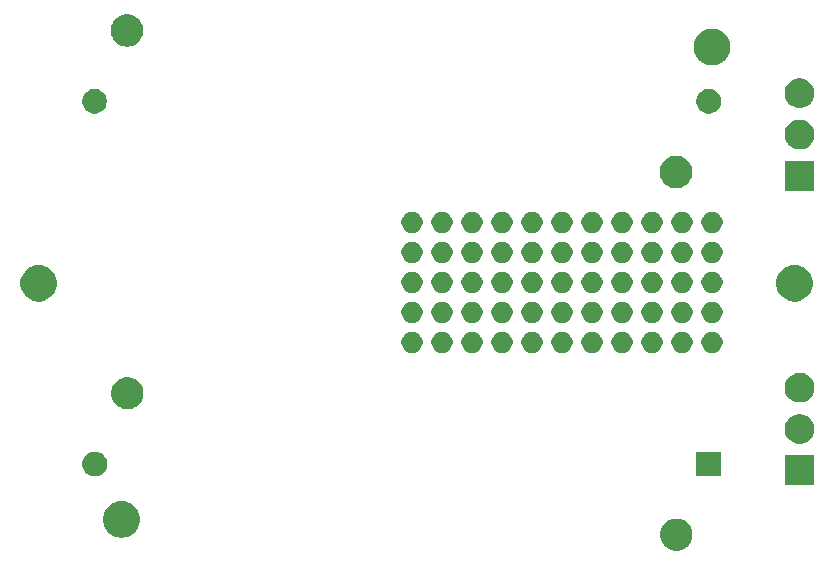
<source format=gbr>
G04 #@! TF.GenerationSoftware,KiCad,Pcbnew,5.1.5+dfsg1-2build2*
G04 #@! TF.CreationDate,2021-12-11T20:18:00-05:00*
G04 #@! TF.ProjectId,RAK11300_LORA_ADAPTABLE_NODE,52414b31-3133-4303-905f-4c4f52415f41,rev?*
G04 #@! TF.SameCoordinates,Original*
G04 #@! TF.FileFunction,Soldermask,Top*
G04 #@! TF.FilePolarity,Negative*
%FSLAX46Y46*%
G04 Gerber Fmt 4.6, Leading zero omitted, Abs format (unit mm)*
G04 Created by KiCad (PCBNEW 5.1.5+dfsg1-2build2) date 2021-12-11 20:18:00*
%MOMM*%
%LPD*%
G04 APERTURE LIST*
%ADD10C,0.100000*%
G04 APERTURE END LIST*
D10*
G36*
X159642724Y-144431497D02*
G01*
X159869906Y-144476686D01*
X160119412Y-144580035D01*
X160343962Y-144730075D01*
X160534925Y-144921038D01*
X160684965Y-145145588D01*
X160788314Y-145395094D01*
X160841000Y-145659968D01*
X160841000Y-145930032D01*
X160788314Y-146194906D01*
X160684965Y-146444412D01*
X160534925Y-146668962D01*
X160343962Y-146859925D01*
X160119412Y-147009965D01*
X159869906Y-147113314D01*
X159642724Y-147158503D01*
X159605033Y-147166000D01*
X159334967Y-147166000D01*
X159297276Y-147158503D01*
X159070094Y-147113314D01*
X158820588Y-147009965D01*
X158596038Y-146859925D01*
X158405075Y-146668962D01*
X158255035Y-146444412D01*
X158151686Y-146194906D01*
X158099000Y-145930032D01*
X158099000Y-145659968D01*
X158151686Y-145395094D01*
X158255035Y-145145588D01*
X158405075Y-144921038D01*
X158596038Y-144730075D01*
X158820588Y-144580035D01*
X159070094Y-144476686D01*
X159297276Y-144431497D01*
X159334967Y-144424000D01*
X159605033Y-144424000D01*
X159642724Y-144431497D01*
G37*
G36*
X112802585Y-142978802D02*
G01*
X112952410Y-143008604D01*
X113234674Y-143125521D01*
X113488705Y-143295259D01*
X113704741Y-143511295D01*
X113874479Y-143765326D01*
X113991396Y-144047590D01*
X114051000Y-144347240D01*
X114051000Y-144652760D01*
X113991396Y-144952410D01*
X113874479Y-145234674D01*
X113704741Y-145488705D01*
X113488705Y-145704741D01*
X113234674Y-145874479D01*
X112952410Y-145991396D01*
X112802585Y-146021198D01*
X112652761Y-146051000D01*
X112347239Y-146051000D01*
X112197415Y-146021198D01*
X112047590Y-145991396D01*
X111765326Y-145874479D01*
X111511295Y-145704741D01*
X111295259Y-145488705D01*
X111125521Y-145234674D01*
X111008604Y-144952410D01*
X110949000Y-144652760D01*
X110949000Y-144347240D01*
X111008604Y-144047590D01*
X111125521Y-143765326D01*
X111295259Y-143511295D01*
X111511295Y-143295259D01*
X111765326Y-143125521D01*
X112047590Y-143008604D01*
X112197415Y-142978802D01*
X112347239Y-142949000D01*
X112652761Y-142949000D01*
X112802585Y-142978802D01*
G37*
G36*
X171161000Y-141586000D02*
G01*
X168659000Y-141586000D01*
X168659000Y-139084000D01*
X171161000Y-139084000D01*
X171161000Y-141586000D01*
G37*
G36*
X163271000Y-140851000D02*
G01*
X161169000Y-140851000D01*
X161169000Y-138749000D01*
X163271000Y-138749000D01*
X163271000Y-140851000D01*
G37*
G36*
X110536564Y-138789389D02*
G01*
X110727833Y-138868615D01*
X110727835Y-138868616D01*
X110899973Y-138983635D01*
X111046365Y-139130027D01*
X111161385Y-139302167D01*
X111240611Y-139493436D01*
X111281000Y-139696484D01*
X111281000Y-139903516D01*
X111240611Y-140106564D01*
X111161385Y-140297833D01*
X111161384Y-140297835D01*
X111046365Y-140469973D01*
X110899973Y-140616365D01*
X110727835Y-140731384D01*
X110727834Y-140731385D01*
X110727833Y-140731385D01*
X110536564Y-140810611D01*
X110333516Y-140851000D01*
X110126484Y-140851000D01*
X109923436Y-140810611D01*
X109732167Y-140731385D01*
X109732166Y-140731385D01*
X109732165Y-140731384D01*
X109560027Y-140616365D01*
X109413635Y-140469973D01*
X109298616Y-140297835D01*
X109298615Y-140297833D01*
X109219389Y-140106564D01*
X109179000Y-139903516D01*
X109179000Y-139696484D01*
X109219389Y-139493436D01*
X109298615Y-139302167D01*
X109413635Y-139130027D01*
X109560027Y-138983635D01*
X109732165Y-138868616D01*
X109732167Y-138868615D01*
X109923436Y-138789389D01*
X110126484Y-138749000D01*
X110333516Y-138749000D01*
X110536564Y-138789389D01*
G37*
G36*
X170274903Y-135632075D02*
G01*
X170502571Y-135726378D01*
X170707466Y-135863285D01*
X170881715Y-136037534D01*
X171018622Y-136242429D01*
X171112925Y-136470097D01*
X171161000Y-136711787D01*
X171161000Y-136958213D01*
X171112925Y-137199903D01*
X171018622Y-137427571D01*
X170881715Y-137632466D01*
X170707466Y-137806715D01*
X170502571Y-137943622D01*
X170502570Y-137943623D01*
X170502569Y-137943623D01*
X170274903Y-138037925D01*
X170033214Y-138086000D01*
X169786786Y-138086000D01*
X169545097Y-138037925D01*
X169317431Y-137943623D01*
X169317430Y-137943623D01*
X169317429Y-137943622D01*
X169112534Y-137806715D01*
X168938285Y-137632466D01*
X168801378Y-137427571D01*
X168707075Y-137199903D01*
X168659000Y-136958213D01*
X168659000Y-136711787D01*
X168707075Y-136470097D01*
X168801378Y-136242429D01*
X168938285Y-136037534D01*
X169112534Y-135863285D01*
X169317429Y-135726378D01*
X169545097Y-135632075D01*
X169786786Y-135584000D01*
X170033214Y-135584000D01*
X170274903Y-135632075D01*
G37*
G36*
X113162724Y-132441497D02*
G01*
X113389906Y-132486686D01*
X113639412Y-132590035D01*
X113863962Y-132740075D01*
X114054925Y-132931038D01*
X114204965Y-133155588D01*
X114308314Y-133405094D01*
X114361000Y-133669968D01*
X114361000Y-133940032D01*
X114308314Y-134204906D01*
X114204965Y-134454412D01*
X114054925Y-134678962D01*
X113863962Y-134869925D01*
X113639412Y-135019965D01*
X113389906Y-135123314D01*
X113162724Y-135168503D01*
X113125033Y-135176000D01*
X112854967Y-135176000D01*
X112817276Y-135168503D01*
X112590094Y-135123314D01*
X112340588Y-135019965D01*
X112116038Y-134869925D01*
X111925075Y-134678962D01*
X111775035Y-134454412D01*
X111671686Y-134204906D01*
X111619000Y-133940032D01*
X111619000Y-133669968D01*
X111671686Y-133405094D01*
X111775035Y-133155588D01*
X111925075Y-132931038D01*
X112116038Y-132740075D01*
X112340588Y-132590035D01*
X112590094Y-132486686D01*
X112817276Y-132441497D01*
X112854967Y-132434000D01*
X113125033Y-132434000D01*
X113162724Y-132441497D01*
G37*
G36*
X170274903Y-132132075D02*
G01*
X170502571Y-132226378D01*
X170707466Y-132363285D01*
X170881715Y-132537534D01*
X170881716Y-132537536D01*
X171018623Y-132742431D01*
X171112925Y-132970097D01*
X171149822Y-133155588D01*
X171161000Y-133211787D01*
X171161000Y-133458213D01*
X171112925Y-133699903D01*
X171018622Y-133927571D01*
X170881715Y-134132466D01*
X170707466Y-134306715D01*
X170502571Y-134443622D01*
X170502570Y-134443623D01*
X170502569Y-134443623D01*
X170274903Y-134537925D01*
X170033214Y-134586000D01*
X169786786Y-134586000D01*
X169545097Y-134537925D01*
X169317431Y-134443623D01*
X169317430Y-134443623D01*
X169317429Y-134443622D01*
X169112534Y-134306715D01*
X168938285Y-134132466D01*
X168801378Y-133927571D01*
X168707075Y-133699903D01*
X168659000Y-133458213D01*
X168659000Y-133211787D01*
X168670179Y-133155588D01*
X168707075Y-132970097D01*
X168801377Y-132742431D01*
X168938284Y-132537536D01*
X168938285Y-132537534D01*
X169112534Y-132363285D01*
X169317429Y-132226378D01*
X169545097Y-132132075D01*
X169786786Y-132084000D01*
X170033214Y-132084000D01*
X170274903Y-132132075D01*
G37*
G36*
X154988512Y-128608927D02*
G01*
X155137812Y-128638624D01*
X155301784Y-128706544D01*
X155449354Y-128805147D01*
X155574853Y-128930646D01*
X155673456Y-129078216D01*
X155741376Y-129242188D01*
X155776000Y-129416259D01*
X155776000Y-129593741D01*
X155741376Y-129767812D01*
X155673456Y-129931784D01*
X155574853Y-130079354D01*
X155449354Y-130204853D01*
X155301784Y-130303456D01*
X155137812Y-130371376D01*
X154988512Y-130401073D01*
X154963742Y-130406000D01*
X154786258Y-130406000D01*
X154761488Y-130401073D01*
X154612188Y-130371376D01*
X154448216Y-130303456D01*
X154300646Y-130204853D01*
X154175147Y-130079354D01*
X154076544Y-129931784D01*
X154008624Y-129767812D01*
X153974000Y-129593741D01*
X153974000Y-129416259D01*
X154008624Y-129242188D01*
X154076544Y-129078216D01*
X154175147Y-128930646D01*
X154300646Y-128805147D01*
X154448216Y-128706544D01*
X154612188Y-128638624D01*
X154761488Y-128608927D01*
X154786258Y-128604000D01*
X154963742Y-128604000D01*
X154988512Y-128608927D01*
G37*
G36*
X162608512Y-128608927D02*
G01*
X162757812Y-128638624D01*
X162921784Y-128706544D01*
X163069354Y-128805147D01*
X163194853Y-128930646D01*
X163293456Y-129078216D01*
X163361376Y-129242188D01*
X163396000Y-129416259D01*
X163396000Y-129593741D01*
X163361376Y-129767812D01*
X163293456Y-129931784D01*
X163194853Y-130079354D01*
X163069354Y-130204853D01*
X162921784Y-130303456D01*
X162757812Y-130371376D01*
X162608512Y-130401073D01*
X162583742Y-130406000D01*
X162406258Y-130406000D01*
X162381488Y-130401073D01*
X162232188Y-130371376D01*
X162068216Y-130303456D01*
X161920646Y-130204853D01*
X161795147Y-130079354D01*
X161696544Y-129931784D01*
X161628624Y-129767812D01*
X161594000Y-129593741D01*
X161594000Y-129416259D01*
X161628624Y-129242188D01*
X161696544Y-129078216D01*
X161795147Y-128930646D01*
X161920646Y-128805147D01*
X162068216Y-128706544D01*
X162232188Y-128638624D01*
X162381488Y-128608927D01*
X162406258Y-128604000D01*
X162583742Y-128604000D01*
X162608512Y-128608927D01*
G37*
G36*
X137208512Y-128608927D02*
G01*
X137357812Y-128638624D01*
X137521784Y-128706544D01*
X137669354Y-128805147D01*
X137794853Y-128930646D01*
X137893456Y-129078216D01*
X137961376Y-129242188D01*
X137996000Y-129416259D01*
X137996000Y-129593741D01*
X137961376Y-129767812D01*
X137893456Y-129931784D01*
X137794853Y-130079354D01*
X137669354Y-130204853D01*
X137521784Y-130303456D01*
X137357812Y-130371376D01*
X137208512Y-130401073D01*
X137183742Y-130406000D01*
X137006258Y-130406000D01*
X136981488Y-130401073D01*
X136832188Y-130371376D01*
X136668216Y-130303456D01*
X136520646Y-130204853D01*
X136395147Y-130079354D01*
X136296544Y-129931784D01*
X136228624Y-129767812D01*
X136194000Y-129593741D01*
X136194000Y-129416259D01*
X136228624Y-129242188D01*
X136296544Y-129078216D01*
X136395147Y-128930646D01*
X136520646Y-128805147D01*
X136668216Y-128706544D01*
X136832188Y-128638624D01*
X136981488Y-128608927D01*
X137006258Y-128604000D01*
X137183742Y-128604000D01*
X137208512Y-128608927D01*
G37*
G36*
X139748512Y-128608927D02*
G01*
X139897812Y-128638624D01*
X140061784Y-128706544D01*
X140209354Y-128805147D01*
X140334853Y-128930646D01*
X140433456Y-129078216D01*
X140501376Y-129242188D01*
X140536000Y-129416259D01*
X140536000Y-129593741D01*
X140501376Y-129767812D01*
X140433456Y-129931784D01*
X140334853Y-130079354D01*
X140209354Y-130204853D01*
X140061784Y-130303456D01*
X139897812Y-130371376D01*
X139748512Y-130401073D01*
X139723742Y-130406000D01*
X139546258Y-130406000D01*
X139521488Y-130401073D01*
X139372188Y-130371376D01*
X139208216Y-130303456D01*
X139060646Y-130204853D01*
X138935147Y-130079354D01*
X138836544Y-129931784D01*
X138768624Y-129767812D01*
X138734000Y-129593741D01*
X138734000Y-129416259D01*
X138768624Y-129242188D01*
X138836544Y-129078216D01*
X138935147Y-128930646D01*
X139060646Y-128805147D01*
X139208216Y-128706544D01*
X139372188Y-128638624D01*
X139521488Y-128608927D01*
X139546258Y-128604000D01*
X139723742Y-128604000D01*
X139748512Y-128608927D01*
G37*
G36*
X144828512Y-128608927D02*
G01*
X144977812Y-128638624D01*
X145141784Y-128706544D01*
X145289354Y-128805147D01*
X145414853Y-128930646D01*
X145513456Y-129078216D01*
X145581376Y-129242188D01*
X145616000Y-129416259D01*
X145616000Y-129593741D01*
X145581376Y-129767812D01*
X145513456Y-129931784D01*
X145414853Y-130079354D01*
X145289354Y-130204853D01*
X145141784Y-130303456D01*
X144977812Y-130371376D01*
X144828512Y-130401073D01*
X144803742Y-130406000D01*
X144626258Y-130406000D01*
X144601488Y-130401073D01*
X144452188Y-130371376D01*
X144288216Y-130303456D01*
X144140646Y-130204853D01*
X144015147Y-130079354D01*
X143916544Y-129931784D01*
X143848624Y-129767812D01*
X143814000Y-129593741D01*
X143814000Y-129416259D01*
X143848624Y-129242188D01*
X143916544Y-129078216D01*
X144015147Y-128930646D01*
X144140646Y-128805147D01*
X144288216Y-128706544D01*
X144452188Y-128638624D01*
X144601488Y-128608927D01*
X144626258Y-128604000D01*
X144803742Y-128604000D01*
X144828512Y-128608927D01*
G37*
G36*
X147368512Y-128608927D02*
G01*
X147517812Y-128638624D01*
X147681784Y-128706544D01*
X147829354Y-128805147D01*
X147954853Y-128930646D01*
X148053456Y-129078216D01*
X148121376Y-129242188D01*
X148156000Y-129416259D01*
X148156000Y-129593741D01*
X148121376Y-129767812D01*
X148053456Y-129931784D01*
X147954853Y-130079354D01*
X147829354Y-130204853D01*
X147681784Y-130303456D01*
X147517812Y-130371376D01*
X147368512Y-130401073D01*
X147343742Y-130406000D01*
X147166258Y-130406000D01*
X147141488Y-130401073D01*
X146992188Y-130371376D01*
X146828216Y-130303456D01*
X146680646Y-130204853D01*
X146555147Y-130079354D01*
X146456544Y-129931784D01*
X146388624Y-129767812D01*
X146354000Y-129593741D01*
X146354000Y-129416259D01*
X146388624Y-129242188D01*
X146456544Y-129078216D01*
X146555147Y-128930646D01*
X146680646Y-128805147D01*
X146828216Y-128706544D01*
X146992188Y-128638624D01*
X147141488Y-128608927D01*
X147166258Y-128604000D01*
X147343742Y-128604000D01*
X147368512Y-128608927D01*
G37*
G36*
X152448512Y-128608927D02*
G01*
X152597812Y-128638624D01*
X152761784Y-128706544D01*
X152909354Y-128805147D01*
X153034853Y-128930646D01*
X153133456Y-129078216D01*
X153201376Y-129242188D01*
X153236000Y-129416259D01*
X153236000Y-129593741D01*
X153201376Y-129767812D01*
X153133456Y-129931784D01*
X153034853Y-130079354D01*
X152909354Y-130204853D01*
X152761784Y-130303456D01*
X152597812Y-130371376D01*
X152448512Y-130401073D01*
X152423742Y-130406000D01*
X152246258Y-130406000D01*
X152221488Y-130401073D01*
X152072188Y-130371376D01*
X151908216Y-130303456D01*
X151760646Y-130204853D01*
X151635147Y-130079354D01*
X151536544Y-129931784D01*
X151468624Y-129767812D01*
X151434000Y-129593741D01*
X151434000Y-129416259D01*
X151468624Y-129242188D01*
X151536544Y-129078216D01*
X151635147Y-128930646D01*
X151760646Y-128805147D01*
X151908216Y-128706544D01*
X152072188Y-128638624D01*
X152221488Y-128608927D01*
X152246258Y-128604000D01*
X152423742Y-128604000D01*
X152448512Y-128608927D01*
G37*
G36*
X160068512Y-128608927D02*
G01*
X160217812Y-128638624D01*
X160381784Y-128706544D01*
X160529354Y-128805147D01*
X160654853Y-128930646D01*
X160753456Y-129078216D01*
X160821376Y-129242188D01*
X160856000Y-129416259D01*
X160856000Y-129593741D01*
X160821376Y-129767812D01*
X160753456Y-129931784D01*
X160654853Y-130079354D01*
X160529354Y-130204853D01*
X160381784Y-130303456D01*
X160217812Y-130371376D01*
X160068512Y-130401073D01*
X160043742Y-130406000D01*
X159866258Y-130406000D01*
X159841488Y-130401073D01*
X159692188Y-130371376D01*
X159528216Y-130303456D01*
X159380646Y-130204853D01*
X159255147Y-130079354D01*
X159156544Y-129931784D01*
X159088624Y-129767812D01*
X159054000Y-129593741D01*
X159054000Y-129416259D01*
X159088624Y-129242188D01*
X159156544Y-129078216D01*
X159255147Y-128930646D01*
X159380646Y-128805147D01*
X159528216Y-128706544D01*
X159692188Y-128638624D01*
X159841488Y-128608927D01*
X159866258Y-128604000D01*
X160043742Y-128604000D01*
X160068512Y-128608927D01*
G37*
G36*
X142288512Y-128608927D02*
G01*
X142437812Y-128638624D01*
X142601784Y-128706544D01*
X142749354Y-128805147D01*
X142874853Y-128930646D01*
X142973456Y-129078216D01*
X143041376Y-129242188D01*
X143076000Y-129416259D01*
X143076000Y-129593741D01*
X143041376Y-129767812D01*
X142973456Y-129931784D01*
X142874853Y-130079354D01*
X142749354Y-130204853D01*
X142601784Y-130303456D01*
X142437812Y-130371376D01*
X142288512Y-130401073D01*
X142263742Y-130406000D01*
X142086258Y-130406000D01*
X142061488Y-130401073D01*
X141912188Y-130371376D01*
X141748216Y-130303456D01*
X141600646Y-130204853D01*
X141475147Y-130079354D01*
X141376544Y-129931784D01*
X141308624Y-129767812D01*
X141274000Y-129593741D01*
X141274000Y-129416259D01*
X141308624Y-129242188D01*
X141376544Y-129078216D01*
X141475147Y-128930646D01*
X141600646Y-128805147D01*
X141748216Y-128706544D01*
X141912188Y-128638624D01*
X142061488Y-128608927D01*
X142086258Y-128604000D01*
X142263742Y-128604000D01*
X142288512Y-128608927D01*
G37*
G36*
X149908512Y-128608927D02*
G01*
X150057812Y-128638624D01*
X150221784Y-128706544D01*
X150369354Y-128805147D01*
X150494853Y-128930646D01*
X150593456Y-129078216D01*
X150661376Y-129242188D01*
X150696000Y-129416259D01*
X150696000Y-129593741D01*
X150661376Y-129767812D01*
X150593456Y-129931784D01*
X150494853Y-130079354D01*
X150369354Y-130204853D01*
X150221784Y-130303456D01*
X150057812Y-130371376D01*
X149908512Y-130401073D01*
X149883742Y-130406000D01*
X149706258Y-130406000D01*
X149681488Y-130401073D01*
X149532188Y-130371376D01*
X149368216Y-130303456D01*
X149220646Y-130204853D01*
X149095147Y-130079354D01*
X148996544Y-129931784D01*
X148928624Y-129767812D01*
X148894000Y-129593741D01*
X148894000Y-129416259D01*
X148928624Y-129242188D01*
X148996544Y-129078216D01*
X149095147Y-128930646D01*
X149220646Y-128805147D01*
X149368216Y-128706544D01*
X149532188Y-128638624D01*
X149681488Y-128608927D01*
X149706258Y-128604000D01*
X149883742Y-128604000D01*
X149908512Y-128608927D01*
G37*
G36*
X157528512Y-128608927D02*
G01*
X157677812Y-128638624D01*
X157841784Y-128706544D01*
X157989354Y-128805147D01*
X158114853Y-128930646D01*
X158213456Y-129078216D01*
X158281376Y-129242188D01*
X158316000Y-129416259D01*
X158316000Y-129593741D01*
X158281376Y-129767812D01*
X158213456Y-129931784D01*
X158114853Y-130079354D01*
X157989354Y-130204853D01*
X157841784Y-130303456D01*
X157677812Y-130371376D01*
X157528512Y-130401073D01*
X157503742Y-130406000D01*
X157326258Y-130406000D01*
X157301488Y-130401073D01*
X157152188Y-130371376D01*
X156988216Y-130303456D01*
X156840646Y-130204853D01*
X156715147Y-130079354D01*
X156616544Y-129931784D01*
X156548624Y-129767812D01*
X156514000Y-129593741D01*
X156514000Y-129416259D01*
X156548624Y-129242188D01*
X156616544Y-129078216D01*
X156715147Y-128930646D01*
X156840646Y-128805147D01*
X156988216Y-128706544D01*
X157152188Y-128638624D01*
X157301488Y-128608927D01*
X157326258Y-128604000D01*
X157503742Y-128604000D01*
X157528512Y-128608927D01*
G37*
G36*
X142288512Y-126068927D02*
G01*
X142437812Y-126098624D01*
X142601784Y-126166544D01*
X142749354Y-126265147D01*
X142874853Y-126390646D01*
X142973456Y-126538216D01*
X143041376Y-126702188D01*
X143076000Y-126876259D01*
X143076000Y-127053741D01*
X143041376Y-127227812D01*
X142973456Y-127391784D01*
X142874853Y-127539354D01*
X142749354Y-127664853D01*
X142601784Y-127763456D01*
X142437812Y-127831376D01*
X142288512Y-127861073D01*
X142263742Y-127866000D01*
X142086258Y-127866000D01*
X142061488Y-127861073D01*
X141912188Y-127831376D01*
X141748216Y-127763456D01*
X141600646Y-127664853D01*
X141475147Y-127539354D01*
X141376544Y-127391784D01*
X141308624Y-127227812D01*
X141274000Y-127053741D01*
X141274000Y-126876259D01*
X141308624Y-126702188D01*
X141376544Y-126538216D01*
X141475147Y-126390646D01*
X141600646Y-126265147D01*
X141748216Y-126166544D01*
X141912188Y-126098624D01*
X142061488Y-126068927D01*
X142086258Y-126064000D01*
X142263742Y-126064000D01*
X142288512Y-126068927D01*
G37*
G36*
X137208512Y-126068927D02*
G01*
X137357812Y-126098624D01*
X137521784Y-126166544D01*
X137669354Y-126265147D01*
X137794853Y-126390646D01*
X137893456Y-126538216D01*
X137961376Y-126702188D01*
X137996000Y-126876259D01*
X137996000Y-127053741D01*
X137961376Y-127227812D01*
X137893456Y-127391784D01*
X137794853Y-127539354D01*
X137669354Y-127664853D01*
X137521784Y-127763456D01*
X137357812Y-127831376D01*
X137208512Y-127861073D01*
X137183742Y-127866000D01*
X137006258Y-127866000D01*
X136981488Y-127861073D01*
X136832188Y-127831376D01*
X136668216Y-127763456D01*
X136520646Y-127664853D01*
X136395147Y-127539354D01*
X136296544Y-127391784D01*
X136228624Y-127227812D01*
X136194000Y-127053741D01*
X136194000Y-126876259D01*
X136228624Y-126702188D01*
X136296544Y-126538216D01*
X136395147Y-126390646D01*
X136520646Y-126265147D01*
X136668216Y-126166544D01*
X136832188Y-126098624D01*
X136981488Y-126068927D01*
X137006258Y-126064000D01*
X137183742Y-126064000D01*
X137208512Y-126068927D01*
G37*
G36*
X139748512Y-126068927D02*
G01*
X139897812Y-126098624D01*
X140061784Y-126166544D01*
X140209354Y-126265147D01*
X140334853Y-126390646D01*
X140433456Y-126538216D01*
X140501376Y-126702188D01*
X140536000Y-126876259D01*
X140536000Y-127053741D01*
X140501376Y-127227812D01*
X140433456Y-127391784D01*
X140334853Y-127539354D01*
X140209354Y-127664853D01*
X140061784Y-127763456D01*
X139897812Y-127831376D01*
X139748512Y-127861073D01*
X139723742Y-127866000D01*
X139546258Y-127866000D01*
X139521488Y-127861073D01*
X139372188Y-127831376D01*
X139208216Y-127763456D01*
X139060646Y-127664853D01*
X138935147Y-127539354D01*
X138836544Y-127391784D01*
X138768624Y-127227812D01*
X138734000Y-127053741D01*
X138734000Y-126876259D01*
X138768624Y-126702188D01*
X138836544Y-126538216D01*
X138935147Y-126390646D01*
X139060646Y-126265147D01*
X139208216Y-126166544D01*
X139372188Y-126098624D01*
X139521488Y-126068927D01*
X139546258Y-126064000D01*
X139723742Y-126064000D01*
X139748512Y-126068927D01*
G37*
G36*
X144828512Y-126068927D02*
G01*
X144977812Y-126098624D01*
X145141784Y-126166544D01*
X145289354Y-126265147D01*
X145414853Y-126390646D01*
X145513456Y-126538216D01*
X145581376Y-126702188D01*
X145616000Y-126876259D01*
X145616000Y-127053741D01*
X145581376Y-127227812D01*
X145513456Y-127391784D01*
X145414853Y-127539354D01*
X145289354Y-127664853D01*
X145141784Y-127763456D01*
X144977812Y-127831376D01*
X144828512Y-127861073D01*
X144803742Y-127866000D01*
X144626258Y-127866000D01*
X144601488Y-127861073D01*
X144452188Y-127831376D01*
X144288216Y-127763456D01*
X144140646Y-127664853D01*
X144015147Y-127539354D01*
X143916544Y-127391784D01*
X143848624Y-127227812D01*
X143814000Y-127053741D01*
X143814000Y-126876259D01*
X143848624Y-126702188D01*
X143916544Y-126538216D01*
X144015147Y-126390646D01*
X144140646Y-126265147D01*
X144288216Y-126166544D01*
X144452188Y-126098624D01*
X144601488Y-126068927D01*
X144626258Y-126064000D01*
X144803742Y-126064000D01*
X144828512Y-126068927D01*
G37*
G36*
X149908512Y-126068927D02*
G01*
X150057812Y-126098624D01*
X150221784Y-126166544D01*
X150369354Y-126265147D01*
X150494853Y-126390646D01*
X150593456Y-126538216D01*
X150661376Y-126702188D01*
X150696000Y-126876259D01*
X150696000Y-127053741D01*
X150661376Y-127227812D01*
X150593456Y-127391784D01*
X150494853Y-127539354D01*
X150369354Y-127664853D01*
X150221784Y-127763456D01*
X150057812Y-127831376D01*
X149908512Y-127861073D01*
X149883742Y-127866000D01*
X149706258Y-127866000D01*
X149681488Y-127861073D01*
X149532188Y-127831376D01*
X149368216Y-127763456D01*
X149220646Y-127664853D01*
X149095147Y-127539354D01*
X148996544Y-127391784D01*
X148928624Y-127227812D01*
X148894000Y-127053741D01*
X148894000Y-126876259D01*
X148928624Y-126702188D01*
X148996544Y-126538216D01*
X149095147Y-126390646D01*
X149220646Y-126265147D01*
X149368216Y-126166544D01*
X149532188Y-126098624D01*
X149681488Y-126068927D01*
X149706258Y-126064000D01*
X149883742Y-126064000D01*
X149908512Y-126068927D01*
G37*
G36*
X147368512Y-126068927D02*
G01*
X147517812Y-126098624D01*
X147681784Y-126166544D01*
X147829354Y-126265147D01*
X147954853Y-126390646D01*
X148053456Y-126538216D01*
X148121376Y-126702188D01*
X148156000Y-126876259D01*
X148156000Y-127053741D01*
X148121376Y-127227812D01*
X148053456Y-127391784D01*
X147954853Y-127539354D01*
X147829354Y-127664853D01*
X147681784Y-127763456D01*
X147517812Y-127831376D01*
X147368512Y-127861073D01*
X147343742Y-127866000D01*
X147166258Y-127866000D01*
X147141488Y-127861073D01*
X146992188Y-127831376D01*
X146828216Y-127763456D01*
X146680646Y-127664853D01*
X146555147Y-127539354D01*
X146456544Y-127391784D01*
X146388624Y-127227812D01*
X146354000Y-127053741D01*
X146354000Y-126876259D01*
X146388624Y-126702188D01*
X146456544Y-126538216D01*
X146555147Y-126390646D01*
X146680646Y-126265147D01*
X146828216Y-126166544D01*
X146992188Y-126098624D01*
X147141488Y-126068927D01*
X147166258Y-126064000D01*
X147343742Y-126064000D01*
X147368512Y-126068927D01*
G37*
G36*
X152448512Y-126068927D02*
G01*
X152597812Y-126098624D01*
X152761784Y-126166544D01*
X152909354Y-126265147D01*
X153034853Y-126390646D01*
X153133456Y-126538216D01*
X153201376Y-126702188D01*
X153236000Y-126876259D01*
X153236000Y-127053741D01*
X153201376Y-127227812D01*
X153133456Y-127391784D01*
X153034853Y-127539354D01*
X152909354Y-127664853D01*
X152761784Y-127763456D01*
X152597812Y-127831376D01*
X152448512Y-127861073D01*
X152423742Y-127866000D01*
X152246258Y-127866000D01*
X152221488Y-127861073D01*
X152072188Y-127831376D01*
X151908216Y-127763456D01*
X151760646Y-127664853D01*
X151635147Y-127539354D01*
X151536544Y-127391784D01*
X151468624Y-127227812D01*
X151434000Y-127053741D01*
X151434000Y-126876259D01*
X151468624Y-126702188D01*
X151536544Y-126538216D01*
X151635147Y-126390646D01*
X151760646Y-126265147D01*
X151908216Y-126166544D01*
X152072188Y-126098624D01*
X152221488Y-126068927D01*
X152246258Y-126064000D01*
X152423742Y-126064000D01*
X152448512Y-126068927D01*
G37*
G36*
X154988512Y-126068927D02*
G01*
X155137812Y-126098624D01*
X155301784Y-126166544D01*
X155449354Y-126265147D01*
X155574853Y-126390646D01*
X155673456Y-126538216D01*
X155741376Y-126702188D01*
X155776000Y-126876259D01*
X155776000Y-127053741D01*
X155741376Y-127227812D01*
X155673456Y-127391784D01*
X155574853Y-127539354D01*
X155449354Y-127664853D01*
X155301784Y-127763456D01*
X155137812Y-127831376D01*
X154988512Y-127861073D01*
X154963742Y-127866000D01*
X154786258Y-127866000D01*
X154761488Y-127861073D01*
X154612188Y-127831376D01*
X154448216Y-127763456D01*
X154300646Y-127664853D01*
X154175147Y-127539354D01*
X154076544Y-127391784D01*
X154008624Y-127227812D01*
X153974000Y-127053741D01*
X153974000Y-126876259D01*
X154008624Y-126702188D01*
X154076544Y-126538216D01*
X154175147Y-126390646D01*
X154300646Y-126265147D01*
X154448216Y-126166544D01*
X154612188Y-126098624D01*
X154761488Y-126068927D01*
X154786258Y-126064000D01*
X154963742Y-126064000D01*
X154988512Y-126068927D01*
G37*
G36*
X157528512Y-126068927D02*
G01*
X157677812Y-126098624D01*
X157841784Y-126166544D01*
X157989354Y-126265147D01*
X158114853Y-126390646D01*
X158213456Y-126538216D01*
X158281376Y-126702188D01*
X158316000Y-126876259D01*
X158316000Y-127053741D01*
X158281376Y-127227812D01*
X158213456Y-127391784D01*
X158114853Y-127539354D01*
X157989354Y-127664853D01*
X157841784Y-127763456D01*
X157677812Y-127831376D01*
X157528512Y-127861073D01*
X157503742Y-127866000D01*
X157326258Y-127866000D01*
X157301488Y-127861073D01*
X157152188Y-127831376D01*
X156988216Y-127763456D01*
X156840646Y-127664853D01*
X156715147Y-127539354D01*
X156616544Y-127391784D01*
X156548624Y-127227812D01*
X156514000Y-127053741D01*
X156514000Y-126876259D01*
X156548624Y-126702188D01*
X156616544Y-126538216D01*
X156715147Y-126390646D01*
X156840646Y-126265147D01*
X156988216Y-126166544D01*
X157152188Y-126098624D01*
X157301488Y-126068927D01*
X157326258Y-126064000D01*
X157503742Y-126064000D01*
X157528512Y-126068927D01*
G37*
G36*
X160068512Y-126068927D02*
G01*
X160217812Y-126098624D01*
X160381784Y-126166544D01*
X160529354Y-126265147D01*
X160654853Y-126390646D01*
X160753456Y-126538216D01*
X160821376Y-126702188D01*
X160856000Y-126876259D01*
X160856000Y-127053741D01*
X160821376Y-127227812D01*
X160753456Y-127391784D01*
X160654853Y-127539354D01*
X160529354Y-127664853D01*
X160381784Y-127763456D01*
X160217812Y-127831376D01*
X160068512Y-127861073D01*
X160043742Y-127866000D01*
X159866258Y-127866000D01*
X159841488Y-127861073D01*
X159692188Y-127831376D01*
X159528216Y-127763456D01*
X159380646Y-127664853D01*
X159255147Y-127539354D01*
X159156544Y-127391784D01*
X159088624Y-127227812D01*
X159054000Y-127053741D01*
X159054000Y-126876259D01*
X159088624Y-126702188D01*
X159156544Y-126538216D01*
X159255147Y-126390646D01*
X159380646Y-126265147D01*
X159528216Y-126166544D01*
X159692188Y-126098624D01*
X159841488Y-126068927D01*
X159866258Y-126064000D01*
X160043742Y-126064000D01*
X160068512Y-126068927D01*
G37*
G36*
X162608512Y-126068927D02*
G01*
X162757812Y-126098624D01*
X162921784Y-126166544D01*
X163069354Y-126265147D01*
X163194853Y-126390646D01*
X163293456Y-126538216D01*
X163361376Y-126702188D01*
X163396000Y-126876259D01*
X163396000Y-127053741D01*
X163361376Y-127227812D01*
X163293456Y-127391784D01*
X163194853Y-127539354D01*
X163069354Y-127664853D01*
X162921784Y-127763456D01*
X162757812Y-127831376D01*
X162608512Y-127861073D01*
X162583742Y-127866000D01*
X162406258Y-127866000D01*
X162381488Y-127861073D01*
X162232188Y-127831376D01*
X162068216Y-127763456D01*
X161920646Y-127664853D01*
X161795147Y-127539354D01*
X161696544Y-127391784D01*
X161628624Y-127227812D01*
X161594000Y-127053741D01*
X161594000Y-126876259D01*
X161628624Y-126702188D01*
X161696544Y-126538216D01*
X161795147Y-126390646D01*
X161920646Y-126265147D01*
X162068216Y-126166544D01*
X162232188Y-126098624D01*
X162381488Y-126068927D01*
X162406258Y-126064000D01*
X162583742Y-126064000D01*
X162608512Y-126068927D01*
G37*
G36*
X169802585Y-122978802D02*
G01*
X169952410Y-123008604D01*
X170234674Y-123125521D01*
X170488705Y-123295259D01*
X170704741Y-123511295D01*
X170874479Y-123765326D01*
X170991396Y-124047590D01*
X171051000Y-124347240D01*
X171051000Y-124652760D01*
X170991396Y-124952410D01*
X170874479Y-125234674D01*
X170704741Y-125488705D01*
X170488705Y-125704741D01*
X170234674Y-125874479D01*
X169952410Y-125991396D01*
X169802585Y-126021198D01*
X169652761Y-126051000D01*
X169347239Y-126051000D01*
X169197415Y-126021198D01*
X169047590Y-125991396D01*
X168765326Y-125874479D01*
X168511295Y-125704741D01*
X168295259Y-125488705D01*
X168125521Y-125234674D01*
X168008604Y-124952410D01*
X167949000Y-124652760D01*
X167949000Y-124347240D01*
X168008604Y-124047590D01*
X168125521Y-123765326D01*
X168295259Y-123511295D01*
X168511295Y-123295259D01*
X168765326Y-123125521D01*
X169047590Y-123008604D01*
X169197415Y-122978802D01*
X169347239Y-122949000D01*
X169652761Y-122949000D01*
X169802585Y-122978802D01*
G37*
G36*
X105802585Y-122978802D02*
G01*
X105952410Y-123008604D01*
X106234674Y-123125521D01*
X106488705Y-123295259D01*
X106704741Y-123511295D01*
X106874479Y-123765326D01*
X106991396Y-124047590D01*
X107051000Y-124347240D01*
X107051000Y-124652760D01*
X106991396Y-124952410D01*
X106874479Y-125234674D01*
X106704741Y-125488705D01*
X106488705Y-125704741D01*
X106234674Y-125874479D01*
X105952410Y-125991396D01*
X105802585Y-126021198D01*
X105652761Y-126051000D01*
X105347239Y-126051000D01*
X105197415Y-126021198D01*
X105047590Y-125991396D01*
X104765326Y-125874479D01*
X104511295Y-125704741D01*
X104295259Y-125488705D01*
X104125521Y-125234674D01*
X104008604Y-124952410D01*
X103949000Y-124652760D01*
X103949000Y-124347240D01*
X104008604Y-124047590D01*
X104125521Y-123765326D01*
X104295259Y-123511295D01*
X104511295Y-123295259D01*
X104765326Y-123125521D01*
X105047590Y-123008604D01*
X105197415Y-122978802D01*
X105347239Y-122949000D01*
X105652761Y-122949000D01*
X105802585Y-122978802D01*
G37*
G36*
X157528512Y-123528927D02*
G01*
X157677812Y-123558624D01*
X157841784Y-123626544D01*
X157989354Y-123725147D01*
X158114853Y-123850646D01*
X158213456Y-123998216D01*
X158281376Y-124162188D01*
X158316000Y-124336259D01*
X158316000Y-124513741D01*
X158281376Y-124687812D01*
X158213456Y-124851784D01*
X158114853Y-124999354D01*
X157989354Y-125124853D01*
X157841784Y-125223456D01*
X157677812Y-125291376D01*
X157528512Y-125321073D01*
X157503742Y-125326000D01*
X157326258Y-125326000D01*
X157301488Y-125321073D01*
X157152188Y-125291376D01*
X156988216Y-125223456D01*
X156840646Y-125124853D01*
X156715147Y-124999354D01*
X156616544Y-124851784D01*
X156548624Y-124687812D01*
X156514000Y-124513741D01*
X156514000Y-124336259D01*
X156548624Y-124162188D01*
X156616544Y-123998216D01*
X156715147Y-123850646D01*
X156840646Y-123725147D01*
X156988216Y-123626544D01*
X157152188Y-123558624D01*
X157301488Y-123528927D01*
X157326258Y-123524000D01*
X157503742Y-123524000D01*
X157528512Y-123528927D01*
G37*
G36*
X162608512Y-123528927D02*
G01*
X162757812Y-123558624D01*
X162921784Y-123626544D01*
X163069354Y-123725147D01*
X163194853Y-123850646D01*
X163293456Y-123998216D01*
X163361376Y-124162188D01*
X163396000Y-124336259D01*
X163396000Y-124513741D01*
X163361376Y-124687812D01*
X163293456Y-124851784D01*
X163194853Y-124999354D01*
X163069354Y-125124853D01*
X162921784Y-125223456D01*
X162757812Y-125291376D01*
X162608512Y-125321073D01*
X162583742Y-125326000D01*
X162406258Y-125326000D01*
X162381488Y-125321073D01*
X162232188Y-125291376D01*
X162068216Y-125223456D01*
X161920646Y-125124853D01*
X161795147Y-124999354D01*
X161696544Y-124851784D01*
X161628624Y-124687812D01*
X161594000Y-124513741D01*
X161594000Y-124336259D01*
X161628624Y-124162188D01*
X161696544Y-123998216D01*
X161795147Y-123850646D01*
X161920646Y-123725147D01*
X162068216Y-123626544D01*
X162232188Y-123558624D01*
X162381488Y-123528927D01*
X162406258Y-123524000D01*
X162583742Y-123524000D01*
X162608512Y-123528927D01*
G37*
G36*
X149908512Y-123528927D02*
G01*
X150057812Y-123558624D01*
X150221784Y-123626544D01*
X150369354Y-123725147D01*
X150494853Y-123850646D01*
X150593456Y-123998216D01*
X150661376Y-124162188D01*
X150696000Y-124336259D01*
X150696000Y-124513741D01*
X150661376Y-124687812D01*
X150593456Y-124851784D01*
X150494853Y-124999354D01*
X150369354Y-125124853D01*
X150221784Y-125223456D01*
X150057812Y-125291376D01*
X149908512Y-125321073D01*
X149883742Y-125326000D01*
X149706258Y-125326000D01*
X149681488Y-125321073D01*
X149532188Y-125291376D01*
X149368216Y-125223456D01*
X149220646Y-125124853D01*
X149095147Y-124999354D01*
X148996544Y-124851784D01*
X148928624Y-124687812D01*
X148894000Y-124513741D01*
X148894000Y-124336259D01*
X148928624Y-124162188D01*
X148996544Y-123998216D01*
X149095147Y-123850646D01*
X149220646Y-123725147D01*
X149368216Y-123626544D01*
X149532188Y-123558624D01*
X149681488Y-123528927D01*
X149706258Y-123524000D01*
X149883742Y-123524000D01*
X149908512Y-123528927D01*
G37*
G36*
X139748512Y-123528927D02*
G01*
X139897812Y-123558624D01*
X140061784Y-123626544D01*
X140209354Y-123725147D01*
X140334853Y-123850646D01*
X140433456Y-123998216D01*
X140501376Y-124162188D01*
X140536000Y-124336259D01*
X140536000Y-124513741D01*
X140501376Y-124687812D01*
X140433456Y-124851784D01*
X140334853Y-124999354D01*
X140209354Y-125124853D01*
X140061784Y-125223456D01*
X139897812Y-125291376D01*
X139748512Y-125321073D01*
X139723742Y-125326000D01*
X139546258Y-125326000D01*
X139521488Y-125321073D01*
X139372188Y-125291376D01*
X139208216Y-125223456D01*
X139060646Y-125124853D01*
X138935147Y-124999354D01*
X138836544Y-124851784D01*
X138768624Y-124687812D01*
X138734000Y-124513741D01*
X138734000Y-124336259D01*
X138768624Y-124162188D01*
X138836544Y-123998216D01*
X138935147Y-123850646D01*
X139060646Y-123725147D01*
X139208216Y-123626544D01*
X139372188Y-123558624D01*
X139521488Y-123528927D01*
X139546258Y-123524000D01*
X139723742Y-123524000D01*
X139748512Y-123528927D01*
G37*
G36*
X147368512Y-123528927D02*
G01*
X147517812Y-123558624D01*
X147681784Y-123626544D01*
X147829354Y-123725147D01*
X147954853Y-123850646D01*
X148053456Y-123998216D01*
X148121376Y-124162188D01*
X148156000Y-124336259D01*
X148156000Y-124513741D01*
X148121376Y-124687812D01*
X148053456Y-124851784D01*
X147954853Y-124999354D01*
X147829354Y-125124853D01*
X147681784Y-125223456D01*
X147517812Y-125291376D01*
X147368512Y-125321073D01*
X147343742Y-125326000D01*
X147166258Y-125326000D01*
X147141488Y-125321073D01*
X146992188Y-125291376D01*
X146828216Y-125223456D01*
X146680646Y-125124853D01*
X146555147Y-124999354D01*
X146456544Y-124851784D01*
X146388624Y-124687812D01*
X146354000Y-124513741D01*
X146354000Y-124336259D01*
X146388624Y-124162188D01*
X146456544Y-123998216D01*
X146555147Y-123850646D01*
X146680646Y-123725147D01*
X146828216Y-123626544D01*
X146992188Y-123558624D01*
X147141488Y-123528927D01*
X147166258Y-123524000D01*
X147343742Y-123524000D01*
X147368512Y-123528927D01*
G37*
G36*
X144828512Y-123528927D02*
G01*
X144977812Y-123558624D01*
X145141784Y-123626544D01*
X145289354Y-123725147D01*
X145414853Y-123850646D01*
X145513456Y-123998216D01*
X145581376Y-124162188D01*
X145616000Y-124336259D01*
X145616000Y-124513741D01*
X145581376Y-124687812D01*
X145513456Y-124851784D01*
X145414853Y-124999354D01*
X145289354Y-125124853D01*
X145141784Y-125223456D01*
X144977812Y-125291376D01*
X144828512Y-125321073D01*
X144803742Y-125326000D01*
X144626258Y-125326000D01*
X144601488Y-125321073D01*
X144452188Y-125291376D01*
X144288216Y-125223456D01*
X144140646Y-125124853D01*
X144015147Y-124999354D01*
X143916544Y-124851784D01*
X143848624Y-124687812D01*
X143814000Y-124513741D01*
X143814000Y-124336259D01*
X143848624Y-124162188D01*
X143916544Y-123998216D01*
X144015147Y-123850646D01*
X144140646Y-123725147D01*
X144288216Y-123626544D01*
X144452188Y-123558624D01*
X144601488Y-123528927D01*
X144626258Y-123524000D01*
X144803742Y-123524000D01*
X144828512Y-123528927D01*
G37*
G36*
X154988512Y-123528927D02*
G01*
X155137812Y-123558624D01*
X155301784Y-123626544D01*
X155449354Y-123725147D01*
X155574853Y-123850646D01*
X155673456Y-123998216D01*
X155741376Y-124162188D01*
X155776000Y-124336259D01*
X155776000Y-124513741D01*
X155741376Y-124687812D01*
X155673456Y-124851784D01*
X155574853Y-124999354D01*
X155449354Y-125124853D01*
X155301784Y-125223456D01*
X155137812Y-125291376D01*
X154988512Y-125321073D01*
X154963742Y-125326000D01*
X154786258Y-125326000D01*
X154761488Y-125321073D01*
X154612188Y-125291376D01*
X154448216Y-125223456D01*
X154300646Y-125124853D01*
X154175147Y-124999354D01*
X154076544Y-124851784D01*
X154008624Y-124687812D01*
X153974000Y-124513741D01*
X153974000Y-124336259D01*
X154008624Y-124162188D01*
X154076544Y-123998216D01*
X154175147Y-123850646D01*
X154300646Y-123725147D01*
X154448216Y-123626544D01*
X154612188Y-123558624D01*
X154761488Y-123528927D01*
X154786258Y-123524000D01*
X154963742Y-123524000D01*
X154988512Y-123528927D01*
G37*
G36*
X160068512Y-123528927D02*
G01*
X160217812Y-123558624D01*
X160381784Y-123626544D01*
X160529354Y-123725147D01*
X160654853Y-123850646D01*
X160753456Y-123998216D01*
X160821376Y-124162188D01*
X160856000Y-124336259D01*
X160856000Y-124513741D01*
X160821376Y-124687812D01*
X160753456Y-124851784D01*
X160654853Y-124999354D01*
X160529354Y-125124853D01*
X160381784Y-125223456D01*
X160217812Y-125291376D01*
X160068512Y-125321073D01*
X160043742Y-125326000D01*
X159866258Y-125326000D01*
X159841488Y-125321073D01*
X159692188Y-125291376D01*
X159528216Y-125223456D01*
X159380646Y-125124853D01*
X159255147Y-124999354D01*
X159156544Y-124851784D01*
X159088624Y-124687812D01*
X159054000Y-124513741D01*
X159054000Y-124336259D01*
X159088624Y-124162188D01*
X159156544Y-123998216D01*
X159255147Y-123850646D01*
X159380646Y-123725147D01*
X159528216Y-123626544D01*
X159692188Y-123558624D01*
X159841488Y-123528927D01*
X159866258Y-123524000D01*
X160043742Y-123524000D01*
X160068512Y-123528927D01*
G37*
G36*
X152448512Y-123528927D02*
G01*
X152597812Y-123558624D01*
X152761784Y-123626544D01*
X152909354Y-123725147D01*
X153034853Y-123850646D01*
X153133456Y-123998216D01*
X153201376Y-124162188D01*
X153236000Y-124336259D01*
X153236000Y-124513741D01*
X153201376Y-124687812D01*
X153133456Y-124851784D01*
X153034853Y-124999354D01*
X152909354Y-125124853D01*
X152761784Y-125223456D01*
X152597812Y-125291376D01*
X152448512Y-125321073D01*
X152423742Y-125326000D01*
X152246258Y-125326000D01*
X152221488Y-125321073D01*
X152072188Y-125291376D01*
X151908216Y-125223456D01*
X151760646Y-125124853D01*
X151635147Y-124999354D01*
X151536544Y-124851784D01*
X151468624Y-124687812D01*
X151434000Y-124513741D01*
X151434000Y-124336259D01*
X151468624Y-124162188D01*
X151536544Y-123998216D01*
X151635147Y-123850646D01*
X151760646Y-123725147D01*
X151908216Y-123626544D01*
X152072188Y-123558624D01*
X152221488Y-123528927D01*
X152246258Y-123524000D01*
X152423742Y-123524000D01*
X152448512Y-123528927D01*
G37*
G36*
X142288512Y-123528927D02*
G01*
X142437812Y-123558624D01*
X142601784Y-123626544D01*
X142749354Y-123725147D01*
X142874853Y-123850646D01*
X142973456Y-123998216D01*
X143041376Y-124162188D01*
X143076000Y-124336259D01*
X143076000Y-124513741D01*
X143041376Y-124687812D01*
X142973456Y-124851784D01*
X142874853Y-124999354D01*
X142749354Y-125124853D01*
X142601784Y-125223456D01*
X142437812Y-125291376D01*
X142288512Y-125321073D01*
X142263742Y-125326000D01*
X142086258Y-125326000D01*
X142061488Y-125321073D01*
X141912188Y-125291376D01*
X141748216Y-125223456D01*
X141600646Y-125124853D01*
X141475147Y-124999354D01*
X141376544Y-124851784D01*
X141308624Y-124687812D01*
X141274000Y-124513741D01*
X141274000Y-124336259D01*
X141308624Y-124162188D01*
X141376544Y-123998216D01*
X141475147Y-123850646D01*
X141600646Y-123725147D01*
X141748216Y-123626544D01*
X141912188Y-123558624D01*
X142061488Y-123528927D01*
X142086258Y-123524000D01*
X142263742Y-123524000D01*
X142288512Y-123528927D01*
G37*
G36*
X137208512Y-123528927D02*
G01*
X137357812Y-123558624D01*
X137521784Y-123626544D01*
X137669354Y-123725147D01*
X137794853Y-123850646D01*
X137893456Y-123998216D01*
X137961376Y-124162188D01*
X137996000Y-124336259D01*
X137996000Y-124513741D01*
X137961376Y-124687812D01*
X137893456Y-124851784D01*
X137794853Y-124999354D01*
X137669354Y-125124853D01*
X137521784Y-125223456D01*
X137357812Y-125291376D01*
X137208512Y-125321073D01*
X137183742Y-125326000D01*
X137006258Y-125326000D01*
X136981488Y-125321073D01*
X136832188Y-125291376D01*
X136668216Y-125223456D01*
X136520646Y-125124853D01*
X136395147Y-124999354D01*
X136296544Y-124851784D01*
X136228624Y-124687812D01*
X136194000Y-124513741D01*
X136194000Y-124336259D01*
X136228624Y-124162188D01*
X136296544Y-123998216D01*
X136395147Y-123850646D01*
X136520646Y-123725147D01*
X136668216Y-123626544D01*
X136832188Y-123558624D01*
X136981488Y-123528927D01*
X137006258Y-123524000D01*
X137183742Y-123524000D01*
X137208512Y-123528927D01*
G37*
G36*
X162608512Y-120988927D02*
G01*
X162757812Y-121018624D01*
X162921784Y-121086544D01*
X163069354Y-121185147D01*
X163194853Y-121310646D01*
X163293456Y-121458216D01*
X163361376Y-121622188D01*
X163396000Y-121796259D01*
X163396000Y-121973741D01*
X163361376Y-122147812D01*
X163293456Y-122311784D01*
X163194853Y-122459354D01*
X163069354Y-122584853D01*
X162921784Y-122683456D01*
X162757812Y-122751376D01*
X162608512Y-122781073D01*
X162583742Y-122786000D01*
X162406258Y-122786000D01*
X162381488Y-122781073D01*
X162232188Y-122751376D01*
X162068216Y-122683456D01*
X161920646Y-122584853D01*
X161795147Y-122459354D01*
X161696544Y-122311784D01*
X161628624Y-122147812D01*
X161594000Y-121973741D01*
X161594000Y-121796259D01*
X161628624Y-121622188D01*
X161696544Y-121458216D01*
X161795147Y-121310646D01*
X161920646Y-121185147D01*
X162068216Y-121086544D01*
X162232188Y-121018624D01*
X162381488Y-120988927D01*
X162406258Y-120984000D01*
X162583742Y-120984000D01*
X162608512Y-120988927D01*
G37*
G36*
X142288512Y-120988927D02*
G01*
X142437812Y-121018624D01*
X142601784Y-121086544D01*
X142749354Y-121185147D01*
X142874853Y-121310646D01*
X142973456Y-121458216D01*
X143041376Y-121622188D01*
X143076000Y-121796259D01*
X143076000Y-121973741D01*
X143041376Y-122147812D01*
X142973456Y-122311784D01*
X142874853Y-122459354D01*
X142749354Y-122584853D01*
X142601784Y-122683456D01*
X142437812Y-122751376D01*
X142288512Y-122781073D01*
X142263742Y-122786000D01*
X142086258Y-122786000D01*
X142061488Y-122781073D01*
X141912188Y-122751376D01*
X141748216Y-122683456D01*
X141600646Y-122584853D01*
X141475147Y-122459354D01*
X141376544Y-122311784D01*
X141308624Y-122147812D01*
X141274000Y-121973741D01*
X141274000Y-121796259D01*
X141308624Y-121622188D01*
X141376544Y-121458216D01*
X141475147Y-121310646D01*
X141600646Y-121185147D01*
X141748216Y-121086544D01*
X141912188Y-121018624D01*
X142061488Y-120988927D01*
X142086258Y-120984000D01*
X142263742Y-120984000D01*
X142288512Y-120988927D01*
G37*
G36*
X144828512Y-120988927D02*
G01*
X144977812Y-121018624D01*
X145141784Y-121086544D01*
X145289354Y-121185147D01*
X145414853Y-121310646D01*
X145513456Y-121458216D01*
X145581376Y-121622188D01*
X145616000Y-121796259D01*
X145616000Y-121973741D01*
X145581376Y-122147812D01*
X145513456Y-122311784D01*
X145414853Y-122459354D01*
X145289354Y-122584853D01*
X145141784Y-122683456D01*
X144977812Y-122751376D01*
X144828512Y-122781073D01*
X144803742Y-122786000D01*
X144626258Y-122786000D01*
X144601488Y-122781073D01*
X144452188Y-122751376D01*
X144288216Y-122683456D01*
X144140646Y-122584853D01*
X144015147Y-122459354D01*
X143916544Y-122311784D01*
X143848624Y-122147812D01*
X143814000Y-121973741D01*
X143814000Y-121796259D01*
X143848624Y-121622188D01*
X143916544Y-121458216D01*
X144015147Y-121310646D01*
X144140646Y-121185147D01*
X144288216Y-121086544D01*
X144452188Y-121018624D01*
X144601488Y-120988927D01*
X144626258Y-120984000D01*
X144803742Y-120984000D01*
X144828512Y-120988927D01*
G37*
G36*
X137208512Y-120988927D02*
G01*
X137357812Y-121018624D01*
X137521784Y-121086544D01*
X137669354Y-121185147D01*
X137794853Y-121310646D01*
X137893456Y-121458216D01*
X137961376Y-121622188D01*
X137996000Y-121796259D01*
X137996000Y-121973741D01*
X137961376Y-122147812D01*
X137893456Y-122311784D01*
X137794853Y-122459354D01*
X137669354Y-122584853D01*
X137521784Y-122683456D01*
X137357812Y-122751376D01*
X137208512Y-122781073D01*
X137183742Y-122786000D01*
X137006258Y-122786000D01*
X136981488Y-122781073D01*
X136832188Y-122751376D01*
X136668216Y-122683456D01*
X136520646Y-122584853D01*
X136395147Y-122459354D01*
X136296544Y-122311784D01*
X136228624Y-122147812D01*
X136194000Y-121973741D01*
X136194000Y-121796259D01*
X136228624Y-121622188D01*
X136296544Y-121458216D01*
X136395147Y-121310646D01*
X136520646Y-121185147D01*
X136668216Y-121086544D01*
X136832188Y-121018624D01*
X136981488Y-120988927D01*
X137006258Y-120984000D01*
X137183742Y-120984000D01*
X137208512Y-120988927D01*
G37*
G36*
X149908512Y-120988927D02*
G01*
X150057812Y-121018624D01*
X150221784Y-121086544D01*
X150369354Y-121185147D01*
X150494853Y-121310646D01*
X150593456Y-121458216D01*
X150661376Y-121622188D01*
X150696000Y-121796259D01*
X150696000Y-121973741D01*
X150661376Y-122147812D01*
X150593456Y-122311784D01*
X150494853Y-122459354D01*
X150369354Y-122584853D01*
X150221784Y-122683456D01*
X150057812Y-122751376D01*
X149908512Y-122781073D01*
X149883742Y-122786000D01*
X149706258Y-122786000D01*
X149681488Y-122781073D01*
X149532188Y-122751376D01*
X149368216Y-122683456D01*
X149220646Y-122584853D01*
X149095147Y-122459354D01*
X148996544Y-122311784D01*
X148928624Y-122147812D01*
X148894000Y-121973741D01*
X148894000Y-121796259D01*
X148928624Y-121622188D01*
X148996544Y-121458216D01*
X149095147Y-121310646D01*
X149220646Y-121185147D01*
X149368216Y-121086544D01*
X149532188Y-121018624D01*
X149681488Y-120988927D01*
X149706258Y-120984000D01*
X149883742Y-120984000D01*
X149908512Y-120988927D01*
G37*
G36*
X154988512Y-120988927D02*
G01*
X155137812Y-121018624D01*
X155301784Y-121086544D01*
X155449354Y-121185147D01*
X155574853Y-121310646D01*
X155673456Y-121458216D01*
X155741376Y-121622188D01*
X155776000Y-121796259D01*
X155776000Y-121973741D01*
X155741376Y-122147812D01*
X155673456Y-122311784D01*
X155574853Y-122459354D01*
X155449354Y-122584853D01*
X155301784Y-122683456D01*
X155137812Y-122751376D01*
X154988512Y-122781073D01*
X154963742Y-122786000D01*
X154786258Y-122786000D01*
X154761488Y-122781073D01*
X154612188Y-122751376D01*
X154448216Y-122683456D01*
X154300646Y-122584853D01*
X154175147Y-122459354D01*
X154076544Y-122311784D01*
X154008624Y-122147812D01*
X153974000Y-121973741D01*
X153974000Y-121796259D01*
X154008624Y-121622188D01*
X154076544Y-121458216D01*
X154175147Y-121310646D01*
X154300646Y-121185147D01*
X154448216Y-121086544D01*
X154612188Y-121018624D01*
X154761488Y-120988927D01*
X154786258Y-120984000D01*
X154963742Y-120984000D01*
X154988512Y-120988927D01*
G37*
G36*
X139748512Y-120988927D02*
G01*
X139897812Y-121018624D01*
X140061784Y-121086544D01*
X140209354Y-121185147D01*
X140334853Y-121310646D01*
X140433456Y-121458216D01*
X140501376Y-121622188D01*
X140536000Y-121796259D01*
X140536000Y-121973741D01*
X140501376Y-122147812D01*
X140433456Y-122311784D01*
X140334853Y-122459354D01*
X140209354Y-122584853D01*
X140061784Y-122683456D01*
X139897812Y-122751376D01*
X139748512Y-122781073D01*
X139723742Y-122786000D01*
X139546258Y-122786000D01*
X139521488Y-122781073D01*
X139372188Y-122751376D01*
X139208216Y-122683456D01*
X139060646Y-122584853D01*
X138935147Y-122459354D01*
X138836544Y-122311784D01*
X138768624Y-122147812D01*
X138734000Y-121973741D01*
X138734000Y-121796259D01*
X138768624Y-121622188D01*
X138836544Y-121458216D01*
X138935147Y-121310646D01*
X139060646Y-121185147D01*
X139208216Y-121086544D01*
X139372188Y-121018624D01*
X139521488Y-120988927D01*
X139546258Y-120984000D01*
X139723742Y-120984000D01*
X139748512Y-120988927D01*
G37*
G36*
X152448512Y-120988927D02*
G01*
X152597812Y-121018624D01*
X152761784Y-121086544D01*
X152909354Y-121185147D01*
X153034853Y-121310646D01*
X153133456Y-121458216D01*
X153201376Y-121622188D01*
X153236000Y-121796259D01*
X153236000Y-121973741D01*
X153201376Y-122147812D01*
X153133456Y-122311784D01*
X153034853Y-122459354D01*
X152909354Y-122584853D01*
X152761784Y-122683456D01*
X152597812Y-122751376D01*
X152448512Y-122781073D01*
X152423742Y-122786000D01*
X152246258Y-122786000D01*
X152221488Y-122781073D01*
X152072188Y-122751376D01*
X151908216Y-122683456D01*
X151760646Y-122584853D01*
X151635147Y-122459354D01*
X151536544Y-122311784D01*
X151468624Y-122147812D01*
X151434000Y-121973741D01*
X151434000Y-121796259D01*
X151468624Y-121622188D01*
X151536544Y-121458216D01*
X151635147Y-121310646D01*
X151760646Y-121185147D01*
X151908216Y-121086544D01*
X152072188Y-121018624D01*
X152221488Y-120988927D01*
X152246258Y-120984000D01*
X152423742Y-120984000D01*
X152448512Y-120988927D01*
G37*
G36*
X157528512Y-120988927D02*
G01*
X157677812Y-121018624D01*
X157841784Y-121086544D01*
X157989354Y-121185147D01*
X158114853Y-121310646D01*
X158213456Y-121458216D01*
X158281376Y-121622188D01*
X158316000Y-121796259D01*
X158316000Y-121973741D01*
X158281376Y-122147812D01*
X158213456Y-122311784D01*
X158114853Y-122459354D01*
X157989354Y-122584853D01*
X157841784Y-122683456D01*
X157677812Y-122751376D01*
X157528512Y-122781073D01*
X157503742Y-122786000D01*
X157326258Y-122786000D01*
X157301488Y-122781073D01*
X157152188Y-122751376D01*
X156988216Y-122683456D01*
X156840646Y-122584853D01*
X156715147Y-122459354D01*
X156616544Y-122311784D01*
X156548624Y-122147812D01*
X156514000Y-121973741D01*
X156514000Y-121796259D01*
X156548624Y-121622188D01*
X156616544Y-121458216D01*
X156715147Y-121310646D01*
X156840646Y-121185147D01*
X156988216Y-121086544D01*
X157152188Y-121018624D01*
X157301488Y-120988927D01*
X157326258Y-120984000D01*
X157503742Y-120984000D01*
X157528512Y-120988927D01*
G37*
G36*
X160068512Y-120988927D02*
G01*
X160217812Y-121018624D01*
X160381784Y-121086544D01*
X160529354Y-121185147D01*
X160654853Y-121310646D01*
X160753456Y-121458216D01*
X160821376Y-121622188D01*
X160856000Y-121796259D01*
X160856000Y-121973741D01*
X160821376Y-122147812D01*
X160753456Y-122311784D01*
X160654853Y-122459354D01*
X160529354Y-122584853D01*
X160381784Y-122683456D01*
X160217812Y-122751376D01*
X160068512Y-122781073D01*
X160043742Y-122786000D01*
X159866258Y-122786000D01*
X159841488Y-122781073D01*
X159692188Y-122751376D01*
X159528216Y-122683456D01*
X159380646Y-122584853D01*
X159255147Y-122459354D01*
X159156544Y-122311784D01*
X159088624Y-122147812D01*
X159054000Y-121973741D01*
X159054000Y-121796259D01*
X159088624Y-121622188D01*
X159156544Y-121458216D01*
X159255147Y-121310646D01*
X159380646Y-121185147D01*
X159528216Y-121086544D01*
X159692188Y-121018624D01*
X159841488Y-120988927D01*
X159866258Y-120984000D01*
X160043742Y-120984000D01*
X160068512Y-120988927D01*
G37*
G36*
X147368512Y-120988927D02*
G01*
X147517812Y-121018624D01*
X147681784Y-121086544D01*
X147829354Y-121185147D01*
X147954853Y-121310646D01*
X148053456Y-121458216D01*
X148121376Y-121622188D01*
X148156000Y-121796259D01*
X148156000Y-121973741D01*
X148121376Y-122147812D01*
X148053456Y-122311784D01*
X147954853Y-122459354D01*
X147829354Y-122584853D01*
X147681784Y-122683456D01*
X147517812Y-122751376D01*
X147368512Y-122781073D01*
X147343742Y-122786000D01*
X147166258Y-122786000D01*
X147141488Y-122781073D01*
X146992188Y-122751376D01*
X146828216Y-122683456D01*
X146680646Y-122584853D01*
X146555147Y-122459354D01*
X146456544Y-122311784D01*
X146388624Y-122147812D01*
X146354000Y-121973741D01*
X146354000Y-121796259D01*
X146388624Y-121622188D01*
X146456544Y-121458216D01*
X146555147Y-121310646D01*
X146680646Y-121185147D01*
X146828216Y-121086544D01*
X146992188Y-121018624D01*
X147141488Y-120988927D01*
X147166258Y-120984000D01*
X147343742Y-120984000D01*
X147368512Y-120988927D01*
G37*
G36*
X139748512Y-118448927D02*
G01*
X139897812Y-118478624D01*
X140061784Y-118546544D01*
X140209354Y-118645147D01*
X140334853Y-118770646D01*
X140433456Y-118918216D01*
X140501376Y-119082188D01*
X140536000Y-119256259D01*
X140536000Y-119433741D01*
X140501376Y-119607812D01*
X140433456Y-119771784D01*
X140334853Y-119919354D01*
X140209354Y-120044853D01*
X140061784Y-120143456D01*
X139897812Y-120211376D01*
X139748512Y-120241073D01*
X139723742Y-120246000D01*
X139546258Y-120246000D01*
X139521488Y-120241073D01*
X139372188Y-120211376D01*
X139208216Y-120143456D01*
X139060646Y-120044853D01*
X138935147Y-119919354D01*
X138836544Y-119771784D01*
X138768624Y-119607812D01*
X138734000Y-119433741D01*
X138734000Y-119256259D01*
X138768624Y-119082188D01*
X138836544Y-118918216D01*
X138935147Y-118770646D01*
X139060646Y-118645147D01*
X139208216Y-118546544D01*
X139372188Y-118478624D01*
X139521488Y-118448927D01*
X139546258Y-118444000D01*
X139723742Y-118444000D01*
X139748512Y-118448927D01*
G37*
G36*
X152448512Y-118448927D02*
G01*
X152597812Y-118478624D01*
X152761784Y-118546544D01*
X152909354Y-118645147D01*
X153034853Y-118770646D01*
X153133456Y-118918216D01*
X153201376Y-119082188D01*
X153236000Y-119256259D01*
X153236000Y-119433741D01*
X153201376Y-119607812D01*
X153133456Y-119771784D01*
X153034853Y-119919354D01*
X152909354Y-120044853D01*
X152761784Y-120143456D01*
X152597812Y-120211376D01*
X152448512Y-120241073D01*
X152423742Y-120246000D01*
X152246258Y-120246000D01*
X152221488Y-120241073D01*
X152072188Y-120211376D01*
X151908216Y-120143456D01*
X151760646Y-120044853D01*
X151635147Y-119919354D01*
X151536544Y-119771784D01*
X151468624Y-119607812D01*
X151434000Y-119433741D01*
X151434000Y-119256259D01*
X151468624Y-119082188D01*
X151536544Y-118918216D01*
X151635147Y-118770646D01*
X151760646Y-118645147D01*
X151908216Y-118546544D01*
X152072188Y-118478624D01*
X152221488Y-118448927D01*
X152246258Y-118444000D01*
X152423742Y-118444000D01*
X152448512Y-118448927D01*
G37*
G36*
X149908512Y-118448927D02*
G01*
X150057812Y-118478624D01*
X150221784Y-118546544D01*
X150369354Y-118645147D01*
X150494853Y-118770646D01*
X150593456Y-118918216D01*
X150661376Y-119082188D01*
X150696000Y-119256259D01*
X150696000Y-119433741D01*
X150661376Y-119607812D01*
X150593456Y-119771784D01*
X150494853Y-119919354D01*
X150369354Y-120044853D01*
X150221784Y-120143456D01*
X150057812Y-120211376D01*
X149908512Y-120241073D01*
X149883742Y-120246000D01*
X149706258Y-120246000D01*
X149681488Y-120241073D01*
X149532188Y-120211376D01*
X149368216Y-120143456D01*
X149220646Y-120044853D01*
X149095147Y-119919354D01*
X148996544Y-119771784D01*
X148928624Y-119607812D01*
X148894000Y-119433741D01*
X148894000Y-119256259D01*
X148928624Y-119082188D01*
X148996544Y-118918216D01*
X149095147Y-118770646D01*
X149220646Y-118645147D01*
X149368216Y-118546544D01*
X149532188Y-118478624D01*
X149681488Y-118448927D01*
X149706258Y-118444000D01*
X149883742Y-118444000D01*
X149908512Y-118448927D01*
G37*
G36*
X142288512Y-118448927D02*
G01*
X142437812Y-118478624D01*
X142601784Y-118546544D01*
X142749354Y-118645147D01*
X142874853Y-118770646D01*
X142973456Y-118918216D01*
X143041376Y-119082188D01*
X143076000Y-119256259D01*
X143076000Y-119433741D01*
X143041376Y-119607812D01*
X142973456Y-119771784D01*
X142874853Y-119919354D01*
X142749354Y-120044853D01*
X142601784Y-120143456D01*
X142437812Y-120211376D01*
X142288512Y-120241073D01*
X142263742Y-120246000D01*
X142086258Y-120246000D01*
X142061488Y-120241073D01*
X141912188Y-120211376D01*
X141748216Y-120143456D01*
X141600646Y-120044853D01*
X141475147Y-119919354D01*
X141376544Y-119771784D01*
X141308624Y-119607812D01*
X141274000Y-119433741D01*
X141274000Y-119256259D01*
X141308624Y-119082188D01*
X141376544Y-118918216D01*
X141475147Y-118770646D01*
X141600646Y-118645147D01*
X141748216Y-118546544D01*
X141912188Y-118478624D01*
X142061488Y-118448927D01*
X142086258Y-118444000D01*
X142263742Y-118444000D01*
X142288512Y-118448927D01*
G37*
G36*
X154988512Y-118448927D02*
G01*
X155137812Y-118478624D01*
X155301784Y-118546544D01*
X155449354Y-118645147D01*
X155574853Y-118770646D01*
X155673456Y-118918216D01*
X155741376Y-119082188D01*
X155776000Y-119256259D01*
X155776000Y-119433741D01*
X155741376Y-119607812D01*
X155673456Y-119771784D01*
X155574853Y-119919354D01*
X155449354Y-120044853D01*
X155301784Y-120143456D01*
X155137812Y-120211376D01*
X154988512Y-120241073D01*
X154963742Y-120246000D01*
X154786258Y-120246000D01*
X154761488Y-120241073D01*
X154612188Y-120211376D01*
X154448216Y-120143456D01*
X154300646Y-120044853D01*
X154175147Y-119919354D01*
X154076544Y-119771784D01*
X154008624Y-119607812D01*
X153974000Y-119433741D01*
X153974000Y-119256259D01*
X154008624Y-119082188D01*
X154076544Y-118918216D01*
X154175147Y-118770646D01*
X154300646Y-118645147D01*
X154448216Y-118546544D01*
X154612188Y-118478624D01*
X154761488Y-118448927D01*
X154786258Y-118444000D01*
X154963742Y-118444000D01*
X154988512Y-118448927D01*
G37*
G36*
X160068512Y-118448927D02*
G01*
X160217812Y-118478624D01*
X160381784Y-118546544D01*
X160529354Y-118645147D01*
X160654853Y-118770646D01*
X160753456Y-118918216D01*
X160821376Y-119082188D01*
X160856000Y-119256259D01*
X160856000Y-119433741D01*
X160821376Y-119607812D01*
X160753456Y-119771784D01*
X160654853Y-119919354D01*
X160529354Y-120044853D01*
X160381784Y-120143456D01*
X160217812Y-120211376D01*
X160068512Y-120241073D01*
X160043742Y-120246000D01*
X159866258Y-120246000D01*
X159841488Y-120241073D01*
X159692188Y-120211376D01*
X159528216Y-120143456D01*
X159380646Y-120044853D01*
X159255147Y-119919354D01*
X159156544Y-119771784D01*
X159088624Y-119607812D01*
X159054000Y-119433741D01*
X159054000Y-119256259D01*
X159088624Y-119082188D01*
X159156544Y-118918216D01*
X159255147Y-118770646D01*
X159380646Y-118645147D01*
X159528216Y-118546544D01*
X159692188Y-118478624D01*
X159841488Y-118448927D01*
X159866258Y-118444000D01*
X160043742Y-118444000D01*
X160068512Y-118448927D01*
G37*
G36*
X162608512Y-118448927D02*
G01*
X162757812Y-118478624D01*
X162921784Y-118546544D01*
X163069354Y-118645147D01*
X163194853Y-118770646D01*
X163293456Y-118918216D01*
X163361376Y-119082188D01*
X163396000Y-119256259D01*
X163396000Y-119433741D01*
X163361376Y-119607812D01*
X163293456Y-119771784D01*
X163194853Y-119919354D01*
X163069354Y-120044853D01*
X162921784Y-120143456D01*
X162757812Y-120211376D01*
X162608512Y-120241073D01*
X162583742Y-120246000D01*
X162406258Y-120246000D01*
X162381488Y-120241073D01*
X162232188Y-120211376D01*
X162068216Y-120143456D01*
X161920646Y-120044853D01*
X161795147Y-119919354D01*
X161696544Y-119771784D01*
X161628624Y-119607812D01*
X161594000Y-119433741D01*
X161594000Y-119256259D01*
X161628624Y-119082188D01*
X161696544Y-118918216D01*
X161795147Y-118770646D01*
X161920646Y-118645147D01*
X162068216Y-118546544D01*
X162232188Y-118478624D01*
X162381488Y-118448927D01*
X162406258Y-118444000D01*
X162583742Y-118444000D01*
X162608512Y-118448927D01*
G37*
G36*
X137208512Y-118448927D02*
G01*
X137357812Y-118478624D01*
X137521784Y-118546544D01*
X137669354Y-118645147D01*
X137794853Y-118770646D01*
X137893456Y-118918216D01*
X137961376Y-119082188D01*
X137996000Y-119256259D01*
X137996000Y-119433741D01*
X137961376Y-119607812D01*
X137893456Y-119771784D01*
X137794853Y-119919354D01*
X137669354Y-120044853D01*
X137521784Y-120143456D01*
X137357812Y-120211376D01*
X137208512Y-120241073D01*
X137183742Y-120246000D01*
X137006258Y-120246000D01*
X136981488Y-120241073D01*
X136832188Y-120211376D01*
X136668216Y-120143456D01*
X136520646Y-120044853D01*
X136395147Y-119919354D01*
X136296544Y-119771784D01*
X136228624Y-119607812D01*
X136194000Y-119433741D01*
X136194000Y-119256259D01*
X136228624Y-119082188D01*
X136296544Y-118918216D01*
X136395147Y-118770646D01*
X136520646Y-118645147D01*
X136668216Y-118546544D01*
X136832188Y-118478624D01*
X136981488Y-118448927D01*
X137006258Y-118444000D01*
X137183742Y-118444000D01*
X137208512Y-118448927D01*
G37*
G36*
X144828512Y-118448927D02*
G01*
X144977812Y-118478624D01*
X145141784Y-118546544D01*
X145289354Y-118645147D01*
X145414853Y-118770646D01*
X145513456Y-118918216D01*
X145581376Y-119082188D01*
X145616000Y-119256259D01*
X145616000Y-119433741D01*
X145581376Y-119607812D01*
X145513456Y-119771784D01*
X145414853Y-119919354D01*
X145289354Y-120044853D01*
X145141784Y-120143456D01*
X144977812Y-120211376D01*
X144828512Y-120241073D01*
X144803742Y-120246000D01*
X144626258Y-120246000D01*
X144601488Y-120241073D01*
X144452188Y-120211376D01*
X144288216Y-120143456D01*
X144140646Y-120044853D01*
X144015147Y-119919354D01*
X143916544Y-119771784D01*
X143848624Y-119607812D01*
X143814000Y-119433741D01*
X143814000Y-119256259D01*
X143848624Y-119082188D01*
X143916544Y-118918216D01*
X144015147Y-118770646D01*
X144140646Y-118645147D01*
X144288216Y-118546544D01*
X144452188Y-118478624D01*
X144601488Y-118448927D01*
X144626258Y-118444000D01*
X144803742Y-118444000D01*
X144828512Y-118448927D01*
G37*
G36*
X147368512Y-118448927D02*
G01*
X147517812Y-118478624D01*
X147681784Y-118546544D01*
X147829354Y-118645147D01*
X147954853Y-118770646D01*
X148053456Y-118918216D01*
X148121376Y-119082188D01*
X148156000Y-119256259D01*
X148156000Y-119433741D01*
X148121376Y-119607812D01*
X148053456Y-119771784D01*
X147954853Y-119919354D01*
X147829354Y-120044853D01*
X147681784Y-120143456D01*
X147517812Y-120211376D01*
X147368512Y-120241073D01*
X147343742Y-120246000D01*
X147166258Y-120246000D01*
X147141488Y-120241073D01*
X146992188Y-120211376D01*
X146828216Y-120143456D01*
X146680646Y-120044853D01*
X146555147Y-119919354D01*
X146456544Y-119771784D01*
X146388624Y-119607812D01*
X146354000Y-119433741D01*
X146354000Y-119256259D01*
X146388624Y-119082188D01*
X146456544Y-118918216D01*
X146555147Y-118770646D01*
X146680646Y-118645147D01*
X146828216Y-118546544D01*
X146992188Y-118478624D01*
X147141488Y-118448927D01*
X147166258Y-118444000D01*
X147343742Y-118444000D01*
X147368512Y-118448927D01*
G37*
G36*
X157528512Y-118448927D02*
G01*
X157677812Y-118478624D01*
X157841784Y-118546544D01*
X157989354Y-118645147D01*
X158114853Y-118770646D01*
X158213456Y-118918216D01*
X158281376Y-119082188D01*
X158316000Y-119256259D01*
X158316000Y-119433741D01*
X158281376Y-119607812D01*
X158213456Y-119771784D01*
X158114853Y-119919354D01*
X157989354Y-120044853D01*
X157841784Y-120143456D01*
X157677812Y-120211376D01*
X157528512Y-120241073D01*
X157503742Y-120246000D01*
X157326258Y-120246000D01*
X157301488Y-120241073D01*
X157152188Y-120211376D01*
X156988216Y-120143456D01*
X156840646Y-120044853D01*
X156715147Y-119919354D01*
X156616544Y-119771784D01*
X156548624Y-119607812D01*
X156514000Y-119433741D01*
X156514000Y-119256259D01*
X156548624Y-119082188D01*
X156616544Y-118918216D01*
X156715147Y-118770646D01*
X156840646Y-118645147D01*
X156988216Y-118546544D01*
X157152188Y-118478624D01*
X157301488Y-118448927D01*
X157326258Y-118444000D01*
X157503742Y-118444000D01*
X157528512Y-118448927D01*
G37*
G36*
X171161000Y-116651000D02*
G01*
X168659000Y-116651000D01*
X168659000Y-114149000D01*
X171161000Y-114149000D01*
X171161000Y-116651000D01*
G37*
G36*
X159622724Y-113716497D02*
G01*
X159849906Y-113761686D01*
X160099412Y-113865035D01*
X160323962Y-114015075D01*
X160514925Y-114206038D01*
X160664965Y-114430588D01*
X160768314Y-114680094D01*
X160821000Y-114944968D01*
X160821000Y-115215032D01*
X160768314Y-115479906D01*
X160664965Y-115729412D01*
X160514925Y-115953962D01*
X160323962Y-116144925D01*
X160099412Y-116294965D01*
X159849906Y-116398314D01*
X159622724Y-116443503D01*
X159585033Y-116451000D01*
X159314967Y-116451000D01*
X159277276Y-116443503D01*
X159050094Y-116398314D01*
X158800588Y-116294965D01*
X158576038Y-116144925D01*
X158385075Y-115953962D01*
X158235035Y-115729412D01*
X158131686Y-115479906D01*
X158079000Y-115215032D01*
X158079000Y-114944968D01*
X158131686Y-114680094D01*
X158235035Y-114430588D01*
X158385075Y-114206038D01*
X158576038Y-114015075D01*
X158800588Y-113865035D01*
X159050094Y-113761686D01*
X159277276Y-113716497D01*
X159314967Y-113709000D01*
X159585033Y-113709000D01*
X159622724Y-113716497D01*
G37*
G36*
X170274903Y-110697075D02*
G01*
X170502571Y-110791378D01*
X170707466Y-110928285D01*
X170881715Y-111102534D01*
X171018622Y-111307429D01*
X171112925Y-111535097D01*
X171161000Y-111776787D01*
X171161000Y-112023213D01*
X171112925Y-112264903D01*
X171018622Y-112492571D01*
X170881715Y-112697466D01*
X170707466Y-112871715D01*
X170502571Y-113008622D01*
X170502570Y-113008623D01*
X170502569Y-113008623D01*
X170274903Y-113102925D01*
X170033214Y-113151000D01*
X169786786Y-113151000D01*
X169545097Y-113102925D01*
X169317431Y-113008623D01*
X169317430Y-113008623D01*
X169317429Y-113008622D01*
X169112534Y-112871715D01*
X168938285Y-112697466D01*
X168801378Y-112492571D01*
X168707075Y-112264903D01*
X168659000Y-112023213D01*
X168659000Y-111776787D01*
X168707075Y-111535097D01*
X168801378Y-111307429D01*
X168938285Y-111102534D01*
X169112534Y-110928285D01*
X169317429Y-110791378D01*
X169545097Y-110697075D01*
X169786786Y-110649000D01*
X170033214Y-110649000D01*
X170274903Y-110697075D01*
G37*
G36*
X110526564Y-108074389D02*
G01*
X110717833Y-108153615D01*
X110717835Y-108153616D01*
X110889973Y-108268635D01*
X111036365Y-108415027D01*
X111108653Y-108523213D01*
X111151385Y-108587167D01*
X111230611Y-108778436D01*
X111271000Y-108981484D01*
X111271000Y-109188516D01*
X111230611Y-109391564D01*
X111151385Y-109582833D01*
X111151384Y-109582835D01*
X111036365Y-109754973D01*
X110889973Y-109901365D01*
X110717835Y-110016384D01*
X110717834Y-110016385D01*
X110717833Y-110016385D01*
X110526564Y-110095611D01*
X110323516Y-110136000D01*
X110116484Y-110136000D01*
X109913436Y-110095611D01*
X109722167Y-110016385D01*
X109722166Y-110016385D01*
X109722165Y-110016384D01*
X109550027Y-109901365D01*
X109403635Y-109754973D01*
X109288616Y-109582835D01*
X109288615Y-109582833D01*
X109209389Y-109391564D01*
X109169000Y-109188516D01*
X109169000Y-108981484D01*
X109209389Y-108778436D01*
X109288615Y-108587167D01*
X109331348Y-108523213D01*
X109403635Y-108415027D01*
X109550027Y-108268635D01*
X109722165Y-108153616D01*
X109722167Y-108153615D01*
X109913436Y-108074389D01*
X110116484Y-108034000D01*
X110323516Y-108034000D01*
X110526564Y-108074389D01*
G37*
G36*
X162516564Y-108074389D02*
G01*
X162707833Y-108153615D01*
X162707835Y-108153616D01*
X162879973Y-108268635D01*
X163026365Y-108415027D01*
X163098653Y-108523213D01*
X163141385Y-108587167D01*
X163220611Y-108778436D01*
X163261000Y-108981484D01*
X163261000Y-109188516D01*
X163220611Y-109391564D01*
X163141385Y-109582833D01*
X163141384Y-109582835D01*
X163026365Y-109754973D01*
X162879973Y-109901365D01*
X162707835Y-110016384D01*
X162707834Y-110016385D01*
X162707833Y-110016385D01*
X162516564Y-110095611D01*
X162313516Y-110136000D01*
X162106484Y-110136000D01*
X161903436Y-110095611D01*
X161712167Y-110016385D01*
X161712166Y-110016385D01*
X161712165Y-110016384D01*
X161540027Y-109901365D01*
X161393635Y-109754973D01*
X161278616Y-109582835D01*
X161278615Y-109582833D01*
X161199389Y-109391564D01*
X161159000Y-109188516D01*
X161159000Y-108981484D01*
X161199389Y-108778436D01*
X161278615Y-108587167D01*
X161321348Y-108523213D01*
X161393635Y-108415027D01*
X161540027Y-108268635D01*
X161712165Y-108153616D01*
X161712167Y-108153615D01*
X161903436Y-108074389D01*
X162106484Y-108034000D01*
X162313516Y-108034000D01*
X162516564Y-108074389D01*
G37*
G36*
X170274903Y-107197075D02*
G01*
X170502571Y-107291378D01*
X170707466Y-107428285D01*
X170881715Y-107602534D01*
X170881716Y-107602536D01*
X171018623Y-107807431D01*
X171112925Y-108035097D01*
X171161000Y-108276786D01*
X171161000Y-108523214D01*
X171112925Y-108764903D01*
X171023215Y-108981484D01*
X171018622Y-108992571D01*
X170881715Y-109197466D01*
X170707466Y-109371715D01*
X170502571Y-109508622D01*
X170502570Y-109508623D01*
X170502569Y-109508623D01*
X170274903Y-109602925D01*
X170033214Y-109651000D01*
X169786786Y-109651000D01*
X169545097Y-109602925D01*
X169317431Y-109508623D01*
X169317430Y-109508623D01*
X169317429Y-109508622D01*
X169112534Y-109371715D01*
X168938285Y-109197466D01*
X168801378Y-108992571D01*
X168796786Y-108981484D01*
X168707075Y-108764903D01*
X168659000Y-108523214D01*
X168659000Y-108276786D01*
X168707075Y-108035097D01*
X168801377Y-107807431D01*
X168938284Y-107602536D01*
X168938285Y-107602534D01*
X169112534Y-107428285D01*
X169317429Y-107291378D01*
X169545097Y-107197075D01*
X169786786Y-107149000D01*
X170033214Y-107149000D01*
X170274903Y-107197075D01*
G37*
G36*
X162802585Y-102978802D02*
G01*
X162952410Y-103008604D01*
X163234674Y-103125521D01*
X163488705Y-103295259D01*
X163704741Y-103511295D01*
X163874479Y-103765326D01*
X163991396Y-104047590D01*
X164051000Y-104347240D01*
X164051000Y-104652760D01*
X163991396Y-104952410D01*
X163874479Y-105234674D01*
X163704741Y-105488705D01*
X163488705Y-105704741D01*
X163234674Y-105874479D01*
X162952410Y-105991396D01*
X162802585Y-106021198D01*
X162652761Y-106051000D01*
X162347239Y-106051000D01*
X162197415Y-106021198D01*
X162047590Y-105991396D01*
X161765326Y-105874479D01*
X161511295Y-105704741D01*
X161295259Y-105488705D01*
X161125521Y-105234674D01*
X161008604Y-104952410D01*
X160949000Y-104652760D01*
X160949000Y-104347240D01*
X161008604Y-104047590D01*
X161125521Y-103765326D01*
X161295259Y-103511295D01*
X161511295Y-103295259D01*
X161765326Y-103125521D01*
X162047590Y-103008604D01*
X162197415Y-102978802D01*
X162347239Y-102949000D01*
X162652761Y-102949000D01*
X162802585Y-102978802D01*
G37*
G36*
X113142724Y-101726497D02*
G01*
X113369906Y-101771686D01*
X113619412Y-101875035D01*
X113843962Y-102025075D01*
X114034925Y-102216038D01*
X114184965Y-102440588D01*
X114288314Y-102690094D01*
X114341000Y-102954968D01*
X114341000Y-103225032D01*
X114288314Y-103489906D01*
X114184965Y-103739412D01*
X114034925Y-103963962D01*
X113843962Y-104154925D01*
X113619412Y-104304965D01*
X113369906Y-104408314D01*
X113142724Y-104453503D01*
X113105033Y-104461000D01*
X112834967Y-104461000D01*
X112797276Y-104453503D01*
X112570094Y-104408314D01*
X112320588Y-104304965D01*
X112096038Y-104154925D01*
X111905075Y-103963962D01*
X111755035Y-103739412D01*
X111651686Y-103489906D01*
X111599000Y-103225032D01*
X111599000Y-102954968D01*
X111651686Y-102690094D01*
X111755035Y-102440588D01*
X111905075Y-102216038D01*
X112096038Y-102025075D01*
X112320588Y-101875035D01*
X112570094Y-101771686D01*
X112797276Y-101726497D01*
X112834967Y-101719000D01*
X113105033Y-101719000D01*
X113142724Y-101726497D01*
G37*
M02*

</source>
